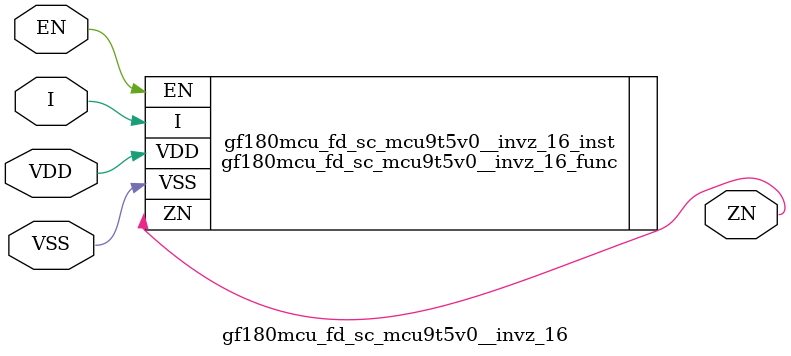
<source format=v>

module gf180mcu_fd_sc_mcu9t5v0__invz_16( EN, I, ZN, VDD, VSS );
input EN, I;
inout VDD, VSS;
output ZN;

   `ifdef FUNCTIONAL  //  functional //

	gf180mcu_fd_sc_mcu9t5v0__invz_16_func gf180mcu_fd_sc_mcu9t5v0__invz_16_behav_inst(.EN(EN),.I(I),.ZN(ZN),.VDD(VDD),.VSS(VSS));

   `else

	gf180mcu_fd_sc_mcu9t5v0__invz_16_func gf180mcu_fd_sc_mcu9t5v0__invz_16_inst(.EN(EN),.I(I),.ZN(ZN),.VDD(VDD),.VSS(VSS));

	// spec_gates_begin


	// spec_gates_end



   specify

	// specify_block_begin

	// comb arc EN --> ZN
	 (EN => ZN) = (1.0,1.0);

	// comb arc I --> ZN
	 (I => ZN) = (1.0,1.0);

	// specify_block_end

   endspecify

   `endif

endmodule

</source>
